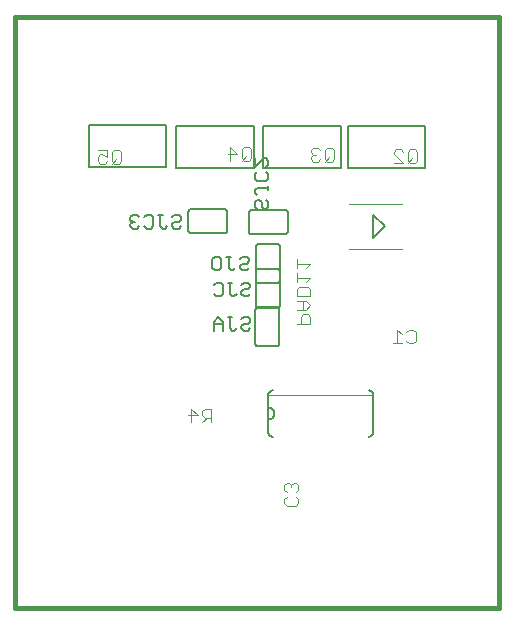
<source format=gbo>
G75*
%MOIN*%
%OFA0B0*%
%FSLAX24Y24*%
%IPPOS*%
%LPD*%
%AMOC8*
5,1,8,0,0,1.08239X$1,22.5*
%
%ADD10C,0.0160*%
%ADD11C,0.0080*%
%ADD12C,0.0040*%
%ADD13C,0.0060*%
%ADD14C,0.0020*%
%ADD15C,0.0050*%
D10*
X003348Y000180D02*
X019490Y000180D01*
X019490Y019865D01*
X003348Y019865D01*
X003348Y000180D01*
D11*
X015307Y012496D02*
X015307Y013284D01*
X015710Y012890D01*
X015307Y012496D01*
X014456Y014826D02*
X017036Y014826D01*
X017036Y016226D01*
X014456Y016226D01*
X014456Y014826D01*
X014221Y014826D02*
X011641Y014826D01*
X011641Y016226D01*
X014221Y016226D01*
X014221Y014826D01*
X011320Y014842D02*
X008739Y014842D01*
X008739Y016242D01*
X011320Y016242D01*
X011320Y014842D01*
X008402Y014858D02*
X005822Y014858D01*
X005822Y016258D01*
X008402Y016258D01*
X008402Y014858D01*
D12*
X006888Y015060D02*
X006811Y014983D01*
X006658Y014983D01*
X006581Y015060D01*
X006581Y015367D01*
X006658Y015443D01*
X006811Y015443D01*
X006888Y015367D01*
X006888Y015060D01*
X006734Y015136D02*
X006581Y014983D01*
X006428Y015060D02*
X006351Y014983D01*
X006197Y014983D01*
X006121Y015060D01*
X006121Y015213D01*
X006197Y015290D01*
X006274Y015290D01*
X006428Y015213D01*
X006428Y015443D01*
X006121Y015443D01*
X010458Y015312D02*
X010765Y015312D01*
X010535Y015543D01*
X010535Y015082D01*
X010918Y015082D02*
X011072Y015236D01*
X011148Y015082D02*
X011225Y015159D01*
X011225Y015466D01*
X011148Y015543D01*
X010995Y015543D01*
X010918Y015466D01*
X010918Y015159D01*
X010995Y015082D01*
X011148Y015082D01*
X013224Y015128D02*
X013301Y015051D01*
X013455Y015051D01*
X013531Y015128D01*
X013685Y015128D02*
X013685Y015435D01*
X013762Y015512D01*
X013915Y015512D01*
X013992Y015435D01*
X013992Y015128D01*
X013915Y015051D01*
X013762Y015051D01*
X013685Y015128D01*
X013685Y015051D02*
X013838Y015205D01*
X013531Y015435D02*
X013455Y015512D01*
X013301Y015512D01*
X013224Y015435D01*
X013224Y015358D01*
X013301Y015282D01*
X013224Y015205D01*
X013224Y015128D01*
X013301Y015282D02*
X013378Y015282D01*
X014493Y013640D02*
X016273Y013640D01*
X016296Y015001D02*
X015989Y015001D01*
X016296Y015001D02*
X015989Y015308D01*
X015989Y015385D01*
X016066Y015462D01*
X016220Y015462D01*
X016296Y015385D01*
X016450Y015385D02*
X016450Y015078D01*
X016527Y015001D01*
X016680Y015001D01*
X016757Y015078D01*
X016757Y015385D01*
X016680Y015462D01*
X016527Y015462D01*
X016450Y015385D01*
X016603Y015155D02*
X016450Y015001D01*
X016273Y012140D02*
X014493Y012140D01*
X013204Y011646D02*
X012744Y011646D01*
X012744Y011493D02*
X012744Y011800D01*
X013051Y011493D02*
X013204Y011646D01*
X013204Y011186D02*
X012744Y011186D01*
X012744Y011339D02*
X012744Y011032D01*
X012821Y010879D02*
X013128Y010879D01*
X013204Y010802D01*
X013204Y010572D01*
X012744Y010572D01*
X012744Y010802D01*
X012821Y010879D01*
X013051Y011032D02*
X013204Y011186D01*
X013051Y010418D02*
X012744Y010418D01*
X012744Y010112D02*
X013051Y010112D01*
X013204Y010265D01*
X013051Y010418D01*
X012974Y010418D02*
X012974Y010112D01*
X012974Y009958D02*
X012898Y009881D01*
X012898Y009651D01*
X012744Y009651D02*
X013204Y009651D01*
X013204Y009881D01*
X013128Y009958D01*
X012974Y009958D01*
X015946Y008990D02*
X016253Y008990D01*
X016099Y008990D02*
X016099Y009450D01*
X016253Y009297D01*
X016406Y009374D02*
X016483Y009450D01*
X016637Y009450D01*
X016713Y009374D01*
X016713Y009067D01*
X016637Y008990D01*
X016483Y008990D01*
X016406Y009067D01*
X012723Y004346D02*
X012647Y004346D01*
X012570Y004270D01*
X012493Y004346D01*
X012416Y004346D01*
X012340Y004270D01*
X012340Y004116D01*
X012416Y004040D01*
X012416Y003886D02*
X012340Y003809D01*
X012340Y003656D01*
X012416Y003579D01*
X012723Y003579D01*
X012800Y003656D01*
X012800Y003809D01*
X012723Y003886D01*
X012723Y004040D02*
X012800Y004116D01*
X012800Y004270D01*
X012723Y004346D01*
X012570Y004270D02*
X012570Y004193D01*
X009910Y006360D02*
X009910Y006820D01*
X009680Y006820D01*
X009603Y006743D01*
X009603Y006590D01*
X009680Y006513D01*
X009910Y006513D01*
X009757Y006513D02*
X009603Y006360D01*
X009450Y006590D02*
X009143Y006590D01*
X009220Y006360D02*
X009220Y006820D01*
X009450Y006590D01*
D13*
X011802Y006453D02*
X011829Y006455D01*
X011856Y006460D01*
X011882Y006470D01*
X011906Y006482D01*
X011928Y006498D01*
X011948Y006516D01*
X011965Y006538D01*
X011980Y006561D01*
X011990Y006586D01*
X011998Y006612D01*
X012002Y006639D01*
X012002Y006667D01*
X011998Y006694D01*
X011990Y006720D01*
X011980Y006745D01*
X011965Y006768D01*
X011948Y006790D01*
X011928Y006808D01*
X011906Y006824D01*
X011882Y006836D01*
X011856Y006846D01*
X011829Y006851D01*
X011802Y006853D01*
X011802Y007273D01*
X011804Y007296D01*
X011809Y007319D01*
X011818Y007341D01*
X011831Y007361D01*
X011846Y007379D01*
X011864Y007394D01*
X011884Y007407D01*
X011906Y007416D01*
X011929Y007421D01*
X011952Y007423D01*
X011802Y006853D02*
X011802Y006453D01*
X011802Y006033D01*
X011804Y006010D01*
X011809Y005987D01*
X011818Y005965D01*
X011831Y005945D01*
X011846Y005927D01*
X011864Y005912D01*
X011884Y005899D01*
X011906Y005890D01*
X011929Y005885D01*
X011952Y005883D01*
X012073Y008895D02*
X011473Y008895D01*
X011456Y008897D01*
X011439Y008901D01*
X011423Y008908D01*
X011409Y008918D01*
X011396Y008931D01*
X011386Y008945D01*
X011379Y008961D01*
X011375Y008978D01*
X011373Y008995D01*
X011373Y010095D01*
X011375Y010112D01*
X011379Y010129D01*
X011386Y010145D01*
X011396Y010159D01*
X011409Y010172D01*
X011423Y010182D01*
X011439Y010189D01*
X011456Y010193D01*
X011473Y010195D01*
X012073Y010195D01*
X012086Y010178D02*
X011486Y010178D01*
X011469Y010180D01*
X011452Y010184D01*
X011436Y010191D01*
X011422Y010201D01*
X011409Y010214D01*
X011399Y010228D01*
X011392Y010244D01*
X011388Y010261D01*
X011386Y010278D01*
X011386Y011378D01*
X011388Y011395D01*
X011392Y011412D01*
X011399Y011428D01*
X011409Y011442D01*
X011422Y011455D01*
X011436Y011465D01*
X011452Y011472D01*
X011469Y011476D01*
X011486Y011478D01*
X012086Y011478D01*
X012103Y011476D01*
X012120Y011472D01*
X012136Y011465D01*
X012150Y011455D01*
X012163Y011442D01*
X012173Y011428D01*
X012180Y011412D01*
X012184Y011395D01*
X012186Y011378D01*
X012186Y010278D01*
X012184Y010261D01*
X012180Y010244D01*
X012173Y010228D01*
X012163Y010214D01*
X012150Y010201D01*
X012136Y010191D01*
X012120Y010184D01*
X012103Y010180D01*
X012086Y010178D01*
X012073Y010195D02*
X012090Y010193D01*
X012107Y010189D01*
X012123Y010182D01*
X012137Y010172D01*
X012150Y010159D01*
X012160Y010145D01*
X012167Y010129D01*
X012171Y010112D01*
X012173Y010095D01*
X012173Y008995D01*
X012171Y008978D01*
X012167Y008961D01*
X012160Y008945D01*
X012150Y008931D01*
X012137Y008918D01*
X012123Y008908D01*
X012107Y008901D01*
X012090Y008897D01*
X012073Y008895D01*
X012086Y011005D02*
X011486Y011005D01*
X011469Y011007D01*
X011452Y011011D01*
X011436Y011018D01*
X011422Y011028D01*
X011409Y011041D01*
X011399Y011055D01*
X011392Y011071D01*
X011388Y011088D01*
X011386Y011105D01*
X011386Y012205D01*
X011388Y012222D01*
X011392Y012239D01*
X011399Y012255D01*
X011409Y012269D01*
X011422Y012282D01*
X011436Y012292D01*
X011452Y012299D01*
X011469Y012303D01*
X011486Y012305D01*
X012086Y012305D01*
X012103Y012303D01*
X012120Y012299D01*
X012136Y012292D01*
X012150Y012282D01*
X012163Y012269D01*
X012173Y012255D01*
X012180Y012239D01*
X012184Y012222D01*
X012186Y012205D01*
X012186Y011105D01*
X012184Y011088D01*
X012180Y011071D01*
X012173Y011055D01*
X012163Y011041D01*
X012150Y011028D01*
X012136Y011018D01*
X012120Y011011D01*
X012103Y011007D01*
X012086Y011005D01*
X012350Y012637D02*
X011250Y012637D01*
X011233Y012639D01*
X011216Y012643D01*
X011200Y012650D01*
X011186Y012660D01*
X011173Y012673D01*
X011163Y012687D01*
X011156Y012703D01*
X011152Y012720D01*
X011150Y012737D01*
X011150Y013337D01*
X011152Y013354D01*
X011156Y013371D01*
X011163Y013387D01*
X011173Y013401D01*
X011186Y013414D01*
X011200Y013424D01*
X011216Y013431D01*
X011233Y013435D01*
X011250Y013437D01*
X012350Y013437D01*
X012367Y013435D01*
X012384Y013431D01*
X012400Y013424D01*
X012414Y013414D01*
X012427Y013401D01*
X012437Y013387D01*
X012444Y013371D01*
X012448Y013354D01*
X012450Y013337D01*
X012450Y012737D01*
X012448Y012720D01*
X012444Y012703D01*
X012437Y012687D01*
X012427Y012673D01*
X012414Y012660D01*
X012400Y012650D01*
X012384Y012643D01*
X012367Y012639D01*
X012350Y012637D01*
X010440Y012768D02*
X010440Y013368D01*
X010438Y013385D01*
X010434Y013402D01*
X010427Y013418D01*
X010417Y013432D01*
X010404Y013445D01*
X010390Y013455D01*
X010374Y013462D01*
X010357Y013466D01*
X010340Y013468D01*
X009240Y013468D01*
X009223Y013466D01*
X009206Y013462D01*
X009190Y013455D01*
X009176Y013445D01*
X009163Y013432D01*
X009153Y013418D01*
X009146Y013402D01*
X009142Y013385D01*
X009140Y013368D01*
X009140Y012768D01*
X009142Y012751D01*
X009146Y012734D01*
X009153Y012718D01*
X009163Y012704D01*
X009176Y012691D01*
X009190Y012681D01*
X009206Y012674D01*
X009223Y012670D01*
X009240Y012668D01*
X010340Y012668D01*
X010357Y012670D01*
X010374Y012674D01*
X010390Y012681D01*
X010404Y012691D01*
X010417Y012704D01*
X010427Y012718D01*
X010434Y012734D01*
X010438Y012751D01*
X010440Y012768D01*
X015152Y007423D02*
X015175Y007421D01*
X015198Y007416D01*
X015220Y007407D01*
X015240Y007394D01*
X015258Y007379D01*
X015273Y007361D01*
X015286Y007341D01*
X015295Y007319D01*
X015300Y007296D01*
X015302Y007273D01*
X015302Y006033D01*
X015300Y006010D01*
X015295Y005987D01*
X015286Y005965D01*
X015273Y005945D01*
X015258Y005927D01*
X015240Y005912D01*
X015220Y005899D01*
X015198Y005890D01*
X015175Y005885D01*
X015152Y005883D01*
D14*
X015302Y007283D02*
X011802Y007283D01*
D15*
X011134Y009420D02*
X010984Y009420D01*
X010909Y009495D01*
X010909Y009570D01*
X010984Y009645D01*
X011134Y009645D01*
X011210Y009720D01*
X011210Y009795D01*
X011134Y009870D01*
X010984Y009870D01*
X010909Y009795D01*
X010749Y009495D02*
X010674Y009420D01*
X010599Y009420D01*
X010524Y009495D01*
X010524Y009870D01*
X010599Y009870D02*
X010449Y009870D01*
X010289Y009720D02*
X010139Y009870D01*
X009988Y009720D01*
X009988Y009420D01*
X009988Y009645D02*
X010289Y009645D01*
X010289Y009720D02*
X010289Y009420D01*
X011134Y009420D02*
X011210Y009495D01*
X011131Y010568D02*
X010981Y010568D01*
X010906Y010643D01*
X010906Y010718D01*
X010981Y010793D01*
X011131Y010793D01*
X011207Y010868D01*
X011207Y010943D01*
X011131Y011018D01*
X010981Y011018D01*
X010906Y010943D01*
X010746Y010643D02*
X010671Y010568D01*
X010596Y010568D01*
X010521Y010643D01*
X010521Y011018D01*
X010596Y011018D02*
X010446Y011018D01*
X010286Y010943D02*
X010286Y010643D01*
X010211Y010568D01*
X010061Y010568D01*
X009985Y010643D01*
X009985Y010943D02*
X010061Y011018D01*
X010211Y011018D01*
X010286Y010943D01*
X010167Y011428D02*
X010017Y011428D01*
X009942Y011503D01*
X009942Y011803D01*
X010017Y011878D01*
X010167Y011878D01*
X010243Y011803D01*
X010243Y011503D01*
X010167Y011428D01*
X010478Y011503D02*
X010478Y011878D01*
X010553Y011878D02*
X010403Y011878D01*
X010478Y011503D02*
X010553Y011428D01*
X010628Y011428D01*
X010703Y011503D01*
X010863Y011503D02*
X010938Y011428D01*
X011088Y011428D01*
X011163Y011503D01*
X011088Y011653D02*
X010938Y011653D01*
X010863Y011578D01*
X010863Y011503D01*
X011088Y011653D02*
X011163Y011728D01*
X011163Y011803D01*
X011088Y011878D01*
X010938Y011878D01*
X010863Y011803D01*
X011207Y010643D02*
X011131Y010568D01*
X008816Y012813D02*
X008891Y012888D01*
X008816Y012813D02*
X008666Y012813D01*
X008591Y012888D01*
X008591Y012963D01*
X008666Y013038D01*
X008816Y013038D01*
X008891Y013113D01*
X008891Y013188D01*
X008816Y013263D01*
X008666Y013263D01*
X008591Y013188D01*
X008281Y013263D02*
X008131Y013263D01*
X008206Y013263D02*
X008206Y012888D01*
X008281Y012813D01*
X008356Y012813D01*
X008431Y012888D01*
X007971Y012888D02*
X007895Y012813D01*
X007745Y012813D01*
X007670Y012888D01*
X007510Y012888D02*
X007435Y012813D01*
X007285Y012813D01*
X007210Y012888D01*
X007210Y012963D01*
X007285Y013038D01*
X007360Y013038D01*
X007285Y013038D02*
X007210Y013113D01*
X007210Y013188D01*
X007285Y013263D01*
X007435Y013263D01*
X007510Y013188D01*
X007670Y013188D02*
X007745Y013263D01*
X007895Y013263D01*
X007971Y013188D01*
X007971Y012888D01*
X011352Y013552D02*
X011427Y013477D01*
X011352Y013552D02*
X011352Y013702D01*
X011427Y013777D01*
X011502Y013777D01*
X011577Y013702D01*
X011577Y013552D01*
X011652Y013477D01*
X011727Y013477D01*
X011802Y013552D01*
X011802Y013702D01*
X011727Y013777D01*
X011802Y014087D02*
X011802Y014238D01*
X011802Y014162D02*
X011427Y014162D01*
X011352Y014087D01*
X011352Y014012D01*
X011427Y013937D01*
X011427Y014398D02*
X011352Y014473D01*
X011352Y014623D01*
X011427Y014698D01*
X011352Y014858D02*
X011652Y015158D01*
X011727Y015158D01*
X011802Y015083D01*
X011802Y014933D01*
X011727Y014858D01*
X011727Y014698D02*
X011802Y014623D01*
X011802Y014473D01*
X011727Y014398D01*
X011427Y014398D01*
X011352Y014858D02*
X011352Y015158D01*
M02*

</source>
